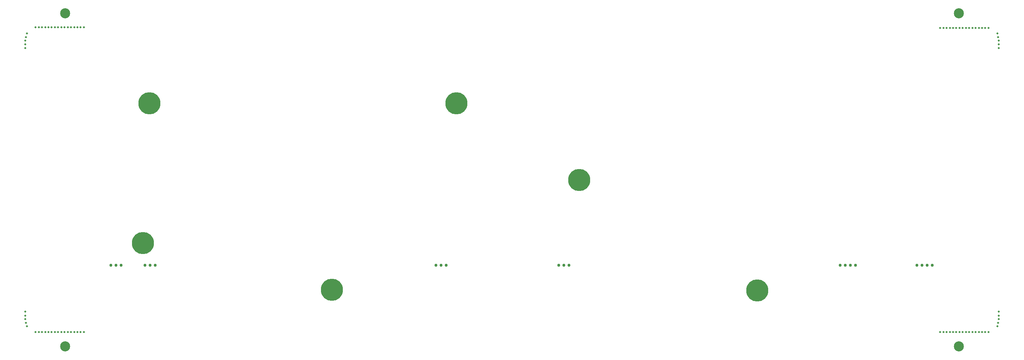
<source format=gbr>
%TF.GenerationSoftware,KiCad,Pcbnew,7.0.1*%
%TF.CreationDate,2023-07-24T13:20:30-05:00*%
%TF.ProjectId,Asymptote_Campitrayhulliander_Plate,4173796d-7074-46f7-9465-5f43616d7069,rev?*%
%TF.SameCoordinates,Original*%
%TF.FileFunction,Soldermask,Top*%
%TF.FilePolarity,Negative*%
%FSLAX46Y46*%
G04 Gerber Fmt 4.6, Leading zero omitted, Abs format (unit mm)*
G04 Created by KiCad (PCBNEW 7.0.1) date 2023-07-24 13:20:30*
%MOMM*%
%LPD*%
G01*
G04 APERTURE LIST*
%ADD10C,0.750000*%
%ADD11C,5.500000*%
%ADD12C,0.500000*%
%ADD13C,2.500000*%
G04 APERTURE END LIST*
D10*
%TO.C,REF\u002A\u002A*%
X130190002Y-124225001D03*
X131460002Y-124225001D03*
X132730002Y-124225001D03*
%TD*%
%TO.C,REF\u002A\u002A*%
X249570002Y-124225001D03*
X250840002Y-124225001D03*
X252110002Y-124225001D03*
X253380002Y-124225001D03*
%TD*%
D11*
%TO.C,*%
X57487502Y-118744151D03*
%TD*%
D12*
%TO.C,REF\u002A\u002A*%
X269866969Y-137633476D03*
X269866969Y-136733476D03*
X269866969Y-135783476D03*
X269716969Y-138533476D03*
X269516969Y-139433476D03*
%TD*%
D13*
%TO.C,*%
X260025128Y-144393750D03*
%TD*%
%TO.C,*%
X260025128Y-144393750D03*
%TD*%
D11*
%TO.C,*%
X104387502Y-130294151D03*
%TD*%
D10*
%TO.C,REF\u002A\u002A*%
X49545002Y-124225001D03*
X50815002Y-124225001D03*
X52085002Y-124225001D03*
%TD*%
D13*
%TO.C,*%
X38137628Y-144393750D03*
%TD*%
%TO.C,*%
X260024872Y-61693750D03*
%TD*%
D11*
%TO.C,*%
X165724795Y-103094252D03*
%TD*%
D13*
%TO.C,*%
X38137628Y-144393750D03*
%TD*%
D12*
%TO.C,REF\u002A\u002A*%
X42812939Y-65170467D03*
X42012939Y-65170467D03*
X41212939Y-65170467D03*
X40412939Y-65170467D03*
X39612939Y-65170467D03*
X38812939Y-65170467D03*
X38012939Y-65170467D03*
X37212939Y-65170467D03*
X36412939Y-65170467D03*
X35612939Y-65170467D03*
X34812939Y-65170467D03*
X34012939Y-65170467D03*
X33212939Y-65170467D03*
X32412939Y-65170467D03*
X31612939Y-65170467D03*
X30812939Y-65170467D03*
%TD*%
D11*
%TO.C,*%
X59037500Y-83992988D03*
%TD*%
D10*
%TO.C,REF\u002A\u002A*%
X230520002Y-124225001D03*
X231790002Y-124225001D03*
X233060002Y-124225001D03*
X234330002Y-124225001D03*
%TD*%
D13*
%TO.C,*%
X38137372Y-61693750D03*
%TD*%
D10*
%TO.C,REF\u002A\u002A*%
X57958752Y-124225001D03*
X59228752Y-124225001D03*
X60498752Y-124225001D03*
%TD*%
D11*
%TO.C,*%
X135237503Y-83992988D03*
%TD*%
D12*
%TO.C,REF\u002A\u002A*%
X255349561Y-140817033D03*
X256149561Y-140817033D03*
X256949561Y-140817033D03*
X257749561Y-140817033D03*
X258549561Y-140817033D03*
X259349561Y-140817033D03*
X260149561Y-140817033D03*
X260949561Y-140817033D03*
X261749561Y-140817033D03*
X262549561Y-140817033D03*
X263349561Y-140817033D03*
X264149561Y-140817033D03*
X264949561Y-140817033D03*
X265749561Y-140817033D03*
X266549561Y-140817033D03*
X267349561Y-140817033D03*
%TD*%
D11*
%TO.C,*%
X209974795Y-130494152D03*
%TD*%
D12*
%TO.C,REF\u002A\u002A*%
X28295529Y-68454023D03*
X28295529Y-69354023D03*
X28295529Y-70304023D03*
X28445529Y-67554023D03*
X28645529Y-66654023D03*
%TD*%
%TO.C,REF\u002A\u002A*%
X267349305Y-65270467D03*
X266549305Y-65270467D03*
X265749305Y-65270467D03*
X264949305Y-65270467D03*
X264149305Y-65270467D03*
X263349305Y-65270467D03*
X262549305Y-65270467D03*
X261749305Y-65270467D03*
X260949305Y-65270467D03*
X260149305Y-65270467D03*
X259349305Y-65270467D03*
X258549305Y-65270467D03*
X257749305Y-65270467D03*
X256949305Y-65270467D03*
X256149305Y-65270467D03*
X255349305Y-65270467D03*
%TD*%
%TO.C,REF\u002A\u002A*%
X269866969Y-70304024D03*
X269866969Y-69354024D03*
X269866969Y-68454024D03*
X269716969Y-67554024D03*
X269516969Y-66654024D03*
%TD*%
%TO.C,REF\u002A\u002A*%
X28295531Y-135783476D03*
X28295531Y-136733476D03*
X28295531Y-137633476D03*
X28445531Y-138533476D03*
X28645531Y-139433476D03*
%TD*%
%TO.C,REF\u002A\u002A*%
X30813195Y-140817033D03*
X31613195Y-140817033D03*
X32413195Y-140817033D03*
X33213195Y-140817033D03*
X34013195Y-140817033D03*
X34813195Y-140817033D03*
X35613195Y-140817033D03*
X36413195Y-140817033D03*
X37213195Y-140817033D03*
X38013195Y-140817033D03*
X38813195Y-140817033D03*
X39613195Y-140817033D03*
X40413195Y-140817033D03*
X41213195Y-140817033D03*
X42013195Y-140817033D03*
X42813195Y-140817033D03*
%TD*%
D10*
%TO.C,REF\u002A\u002A*%
X160669998Y-124225001D03*
X161939998Y-124225001D03*
X163209998Y-124225001D03*
%TD*%
M02*

</source>
